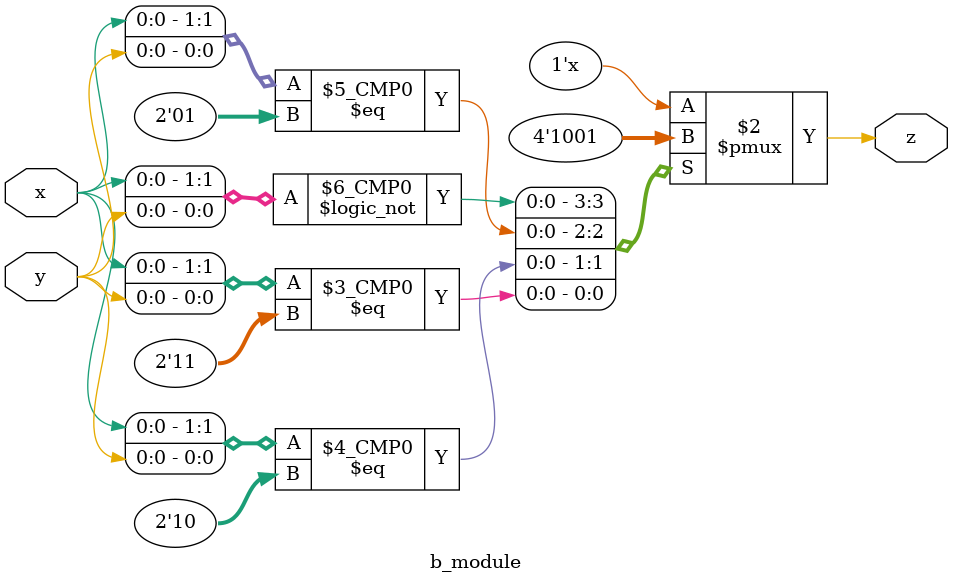
<source format=sv>
module top_module(
	input x,
	input y,
	output z);

	wire a1_out, a2_out, b1_out, b2_out;
	wire or_out, and_out;

	// Module A instantiation
	a_module a1 (
		.x(x),
		.y(y),
		.z(a1_out)
	);

	// Module A instantiation
	a_module a2 (
		.x(x),
		.y(y),
		.z(a2_out)
	);

	// Module B instantiation
	b_module b1 (
		.x(x),
		.y(y),
		.z(b1_out)
	);

	// Module B instantiation
	b_module b2 (
		.x(x),
		.y(y),
		.z(b2_out)
	);

	// OR gate
	assign or_out = a1_out | b1_out;

	// AND gate
	assign and_out = a2_out & b2_out;

	// XOR gate
	assign z = or_out ^ and_out;

endmodule
module a_module(
	input x,
	input y,
	output z);

	assign z = (x ^ y) & x;

endmodule
module b_module(
	input x,
	input y,
	output reg z);

	always @(*) begin
		case({x, y})
			2'b00: z = 1;
			2'b01: z = 0;
			2'b10: z = 0;
			2'b11: z = 1;
			default: z = 0;
		endcase
	end
endmodule

</source>
